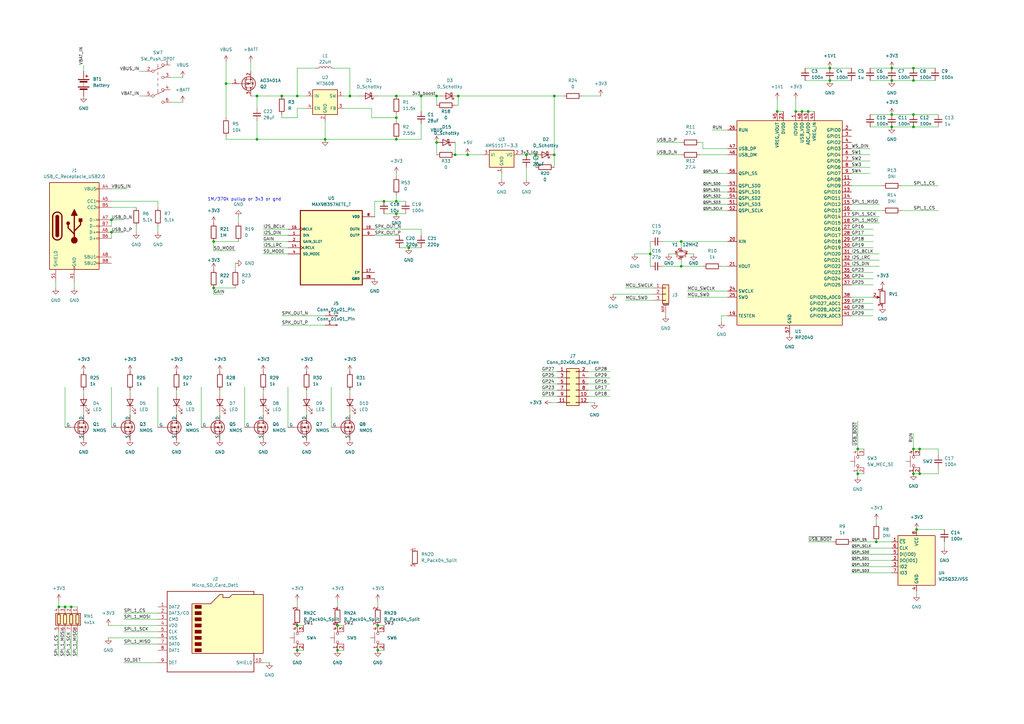
<source format=kicad_sch>
(kicad_sch (version 20230121) (generator eeschema)
  (paper "A3")
  (title_block (title "Inércia 2023 MOD player badge"))
  (junction (at 121.92 39.37))
  (junction (at 227.33 39.37))
  (junction (at 92.71 34.29))
  (junction (at 374.65 46.99))
  (junction (at 105.41 39.37))
  (junction (at 105.41 57.15))
  (junction (at 24.13 248.92))
  (junction (at 374.65 27.94))
  (junction (at 45.72 90.17))
  (junction (at 162.56 57.15))
  (junction (at 138.43 266.7))
  (junction (at 157.48 82.55))
  (junction (at 162.56 48.26))
  (junction (at 179.07 39.37))
  (junction (at 121.92 266.7))
  (junction (at 351.79 184.15))
  (junction (at 162.56 82.55))
  (junction (at 377.19 194.31))
  (junction (at 162.56 87.63))
  (junction (at 143.51 39.37))
  (junction (at 133.35 57.15))
  (junction (at 26.67 248.92))
  (junction (at 374.65 52.07))
  (junction (at 375.92 217.17))
  (junction (at 340.36 33.02))
  (junction (at 154.94 266.7))
  (junction (at 87.63 99.06))
  (junction (at 227.33 63.5))
  (junction (at 138.43 256.54))
  (junction (at 365.76 33.02))
  (junction (at 279.4 99.06))
  (junction (at 167.64 101.6))
  (junction (at 45.72 95.25))
  (junction (at 266.7 104.14))
  (junction (at 187.96 39.37))
  (junction (at 374.65 33.02))
  (junction (at 29.21 248.92))
  (junction (at 326.39 45.72))
  (junction (at 365.76 46.99))
  (junction (at 365.76 27.94))
  (junction (at 154.94 256.54))
  (junction (at 331.47 45.72))
  (junction (at 115.57 39.37))
  (junction (at 191.77 63.5))
  (junction (at 318.77 45.72))
  (junction (at 359.41 222.25))
  (junction (at 374.65 184.15))
  (junction (at 172.72 39.37))
  (junction (at 87.63 118.11))
  (junction (at 374.65 194.31))
  (junction (at 121.92 256.54))
  (junction (at 219.71 63.5))
  (junction (at 186.69 63.5))
  (junction (at 215.9 63.5))
  (junction (at 377.19 184.15))
  (junction (at 328.93 45.72))
  (junction (at 340.36 27.94))
  (junction (at 179.07 58.42))
  (junction (at 365.76 52.07))
  (junction (at 351.79 194.31))
  (junction (at 279.4 109.22))
  (junction (at 162.56 39.37))
  (wire (pts (xy 292.1 53.34) (xy 298.45 53.34)))
  (wire (pts (xy 26.67 248.92) (xy 29.21 248.92)))
  (wire (pts (xy 330.2 33.02) (xy 340.36 33.02)))
  (wire (pts (xy 162.56 87.63) (xy 166.37 87.63)))
  (wire (pts (xy 138.43 256.54) (xy 140.97 256.54)))
  (wire (pts (xy 365.76 27.94) (xy 374.65 27.94)))
  (wire (pts (xy 107.95 104.14) (xy 118.11 104.14)))
  (wire (pts (xy 349.25 222.25) (xy 359.41 222.25)))
  (wire (pts (xy 365.76 33.02) (xy 374.65 33.02)))
  (wire (pts (xy 167.64 101.6) (xy 172.72 101.6)))
  (wire (pts (xy 172.72 50.8) (xy 172.72 57.15)))
  (wire (pts (xy 138.43 246.38) (xy 138.43 248.92)))
  (wire (pts (xy 157.48 87.63) (xy 162.56 87.63)))
  (wire (pts (xy 121.92 246.38) (xy 121.92 248.92)))
  (wire (pts (xy 34.29 160.02) (xy 34.29 161.29)))
  (wire (pts (xy 30.48 115.57) (xy 30.48 118.11)))
  (wire (pts (xy 44.45 256.54) (xy 64.77 256.54)))
  (wire (pts (xy 121.92 44.45) (xy 125.73 44.45)))
  (wire (pts (xy 24.13 248.92) (xy 26.67 248.92)))
  (wire (pts (xy 359.41 213.36) (xy 359.41 214.63)))
  (wire (pts (xy 287.02 58.42) (xy 288.29 58.42)))
  (wire (pts (xy 87.63 118.11) (xy 87.63 120.65)))
  (wire (pts (xy 121.92 48.26) (xy 121.92 44.45)))
  (wire (pts (xy 50.8 254) (xy 64.77 254)))
  (wire (pts (xy 298.45 99.06) (xy 279.4 99.06)))
  (wire (pts (xy 288.29 78.74) (xy 298.45 78.74)))
  (wire (pts (xy 375.92 242.57) (xy 375.92 243.84)))
  (wire (pts (xy 374.65 184.15) (xy 377.19 184.15)))
  (wire (pts (xy 331.47 45.72) (xy 334.01 45.72)))
  (wire (pts (xy 349.25 83.82) (xy 360.68 83.82)))
  (wire (pts (xy 102.87 25.4) (xy 102.87 29.21)))
  (wire (pts (xy 96.52 107.95) (xy 96.52 110.49)))
  (wire (pts (xy 318.77 45.72) (xy 321.31 45.72)))
  (wire (pts (xy 107.95 271.78) (xy 110.49 271.78)))
  (wire (pts (xy 107.95 93.98) (xy 118.11 93.98)))
  (wire (pts (xy 222.25 162.56) (xy 228.6 162.56)))
  (wire (pts (xy 281.94 121.92) (xy 298.45 121.92)))
  (wire (pts (xy 69.85 31.75) (xy 74.93 31.75)))
  (wire (pts (xy 50.8 251.46) (xy 64.77 251.46)))
  (wire (pts (xy 72.39 170.18) (xy 72.39 168.91)))
  (wire (pts (xy 241.3 152.4) (xy 250.19 152.4)))
  (wire (pts (xy 356.87 33.02) (xy 365.76 33.02)))
  (wire (pts (xy 356.87 46.99) (xy 365.76 46.99)))
  (wire (pts (xy 219.71 63.5) (xy 219.71 68.58)))
  (wire (pts (xy 107.95 160.02) (xy 107.95 161.29)))
  (wire (pts (xy 50.8 271.78) (xy 64.77 271.78)))
  (wire (pts (xy 102.87 39.37) (xy 105.41 39.37)))
  (wire (pts (xy 107.95 170.18) (xy 107.95 168.91)))
  (wire (pts (xy 377.19 184.15) (xy 384.81 184.15)))
  (wire (pts (xy 53.34 160.02) (xy 53.34 161.29)))
  (wire (pts (xy 64.77 92.71) (xy 64.77 95.25)))
  (wire (pts (xy 153.67 88.9) (xy 153.67 82.55)))
  (wire (pts (xy 274.32 104.14) (xy 276.86 104.14)))
  (wire (pts (xy 162.56 39.37) (xy 172.72 39.37)))
  (wire (pts (xy 50.8 264.16) (xy 64.77 264.16)))
  (wire (pts (xy 351.79 194.31) (xy 351.79 195.58)))
  (wire (pts (xy 172.72 39.37) (xy 172.72 45.72)))
  (wire (pts (xy 97.79 88.9) (xy 97.79 91.44)))
  (wire (pts (xy 273.05 129.54) (xy 273.05 128.27)))
  (wire (pts (xy 187.96 39.37) (xy 227.33 39.37)))
  (wire (pts (xy 387.35 222.25) (xy 387.35 224.79)))
  (wire (pts (xy 241.3 154.94) (xy 250.19 154.94)))
  (wire (pts (xy 374.65 52.07) (xy 384.81 52.07)))
  (wire (pts (xy 138.43 266.7) (xy 140.97 266.7)))
  (wire (pts (xy 222.25 160.02) (xy 228.6 160.02)))
  (wire (pts (xy 187.96 43.18) (xy 186.69 43.18)))
  (wire (pts (xy 121.92 256.54) (xy 124.46 256.54)))
  (wire (pts (xy 349.25 232.41) (xy 365.76 232.41)))
  (wire (pts (xy 115.57 48.26) (xy 121.92 48.26)))
  (wire (pts (xy 349.25 116.84) (xy 358.14 116.84)))
  (wire (pts (xy 57.15 29.21) (xy 59.69 29.21)))
  (wire (pts (xy 105.41 57.15) (xy 92.71 57.15)))
  (wire (pts (xy 238.76 39.37) (xy 246.38 39.37)))
  (wire (pts (xy 143.51 39.37) (xy 147.32 39.37)))
  (wire (pts (xy 298.45 129.54) (xy 295.91 129.54)))
  (wire (pts (xy 115.57 39.37) (xy 121.92 39.37)))
  (wire (pts (xy 213.36 63.5) (xy 215.9 63.5)))
  (wire (pts (xy 53.34 170.18) (xy 53.34 168.91)))
  (wire (pts (xy 105.41 39.37) (xy 115.57 39.37)))
  (wire (pts (xy 92.71 25.4) (xy 92.71 34.29)))
  (wire (pts (xy 227.33 63.5) (xy 227.33 68.58)))
  (wire (pts (xy 318.77 40.64) (xy 318.77 45.72)))
  (wire (pts (xy 29.21 248.92) (xy 31.75 248.92)))
  (wire (pts (xy 251.46 120.65) (xy 267.97 120.65)))
  (wire (pts (xy 118.11 158.75) (xy 118.11 175.26)))
  (wire (pts (xy 34.29 170.18) (xy 34.29 168.91)))
  (wire (pts (xy 29.21 259.08) (xy 29.21 269.24)))
  (wire (pts (xy 26.67 158.75) (xy 26.67 175.26)))
  (wire (pts (xy 143.51 39.37) (xy 143.51 27.94)))
  (wire (pts (xy 162.56 48.26) (xy 162.56 46.99)))
  (wire (pts (xy 271.78 99.06) (xy 279.4 99.06)))
  (wire (pts (xy 269.24 58.42) (xy 279.4 58.42)))
  (wire (pts (xy 105.41 49.53) (xy 105.41 57.15)))
  (wire (pts (xy 162.56 48.26) (xy 152.4 48.26)))
  (wire (pts (xy 326.39 45.72) (xy 328.93 45.72)))
  (wire (pts (xy 374.65 46.99) (xy 384.81 46.99)))
  (wire (pts (xy 374.65 27.94) (xy 383.54 27.94)))
  (wire (pts (xy 187.96 43.18) (xy 187.96 39.37)))
  (wire (pts (xy 163.83 101.6) (xy 167.64 101.6)))
  (wire (pts (xy 269.24 63.5) (xy 279.4 63.5)))
  (wire (pts (xy 241.3 162.56) (xy 250.19 162.56)))
  (wire (pts (xy 222.25 157.48) (xy 228.6 157.48)))
  (wire (pts (xy 100.33 158.75) (xy 100.33 175.26)))
  (wire (pts (xy 256.54 118.11) (xy 267.97 118.11)))
  (wire (pts (xy 288.29 83.82) (xy 298.45 83.82)))
  (wire (pts (xy 22.86 115.57) (xy 22.86 118.11)))
  (wire (pts (xy 179.07 39.37) (xy 179.07 43.18)))
  (wire (pts (xy 143.51 170.18) (xy 143.51 168.91)))
  (wire (pts (xy 140.97 44.45) (xy 152.4 44.45)))
  (wire (pts (xy 349.25 121.92) (xy 358.14 121.92)))
  (wire (pts (xy 64.77 82.55) (xy 64.77 85.09)))
  (wire (pts (xy 44.45 261.62) (xy 64.77 261.62)))
  (wire (pts (xy 45.72 82.55) (xy 64.77 82.55)))
  (wire (pts (xy 227.33 39.37) (xy 227.33 63.5)))
  (wire (pts (xy 133.35 57.15) (xy 162.56 57.15)))
  (wire (pts (xy 50.8 259.08) (xy 64.77 259.08)))
  (wire (pts (xy 340.36 27.94) (xy 349.25 27.94)))
  (wire (pts (xy 227.33 39.37) (xy 231.14 39.37)))
  (wire (pts (xy 349.25 99.06) (xy 358.14 99.06)))
  (wire (pts (xy 349.25 63.5) (xy 356.87 63.5)))
  (wire (pts (xy 115.57 129.54) (xy 133.35 129.54)))
  (wire (pts (xy 162.56 48.26) (xy 162.56 49.53)))
  (wire (pts (xy 34.29 26.67) (xy 34.29 29.21)))
  (wire (pts (xy 356.87 52.07) (xy 365.76 52.07)))
  (wire (pts (xy 105.41 57.15) (xy 133.35 57.15)))
  (wire (pts (xy 107.95 96.52) (xy 118.11 96.52)))
  (wire (pts (xy 349.25 88.9) (xy 360.68 88.9)))
  (wire (pts (xy 153.67 82.55) (xy 157.48 82.55)))
  (wire (pts (xy 205.74 71.12) (xy 205.74 73.66)))
  (wire (pts (xy 87.63 99.06) (xy 97.79 99.06)))
  (wire (pts (xy 45.72 90.17) (xy 50.8 90.17)))
  (wire (pts (xy 162.56 71.12) (xy 162.56 72.39)))
  (wire (pts (xy 172.72 39.37) (xy 179.07 39.37)))
  (wire (pts (xy 31.75 259.08) (xy 31.75 269.24)))
  (wire (pts (xy 281.94 104.14) (xy 284.48 104.14)))
  (wire (pts (xy 349.25 76.2) (xy 361.95 76.2)))
  (wire (pts (xy 288.29 71.12) (xy 298.45 71.12)))
  (wire (pts (xy 349.25 124.46) (xy 358.14 124.46)))
  (wire (pts (xy 92.71 34.29) (xy 92.71 48.26)))
  (wire (pts (xy 288.29 109.22) (xy 279.4 109.22)))
  (wire (pts (xy 349.25 96.52) (xy 358.14 96.52)))
  (wire (pts (xy 133.35 49.53) (xy 133.35 57.15)))
  (wire (pts (xy 374.65 33.02) (xy 383.54 33.02)))
  (wire (pts (xy 295.91 109.22) (xy 298.45 109.22)))
  (wire (pts (xy 349.25 224.79) (xy 365.76 224.79)))
  (wire (pts (xy 256.54 123.19) (xy 267.97 123.19)))
  (wire (pts (xy 359.41 222.25) (xy 365.76 222.25)))
  (wire (pts (xy 105.41 39.37) (xy 105.41 44.45)))
  (wire (pts (xy 349.25 71.12) (xy 356.87 71.12)))
  (wire (pts (xy 186.69 58.42) (xy 186.69 63.5)))
  (wire (pts (xy 295.91 129.54) (xy 295.91 132.08)))
  (wire (pts (xy 222.25 154.94) (xy 228.6 154.94)))
  (wire (pts (xy 72.39 160.02) (xy 72.39 161.29)))
  (wire (pts (xy 24.13 259.08) (xy 24.13 269.24)))
  (wire (pts (xy 57.15 39.37) (xy 59.69 39.37)))
  (wire (pts (xy 143.51 27.94) (xy 137.16 27.94)))
  (wire (pts (xy 26.67 259.08) (xy 26.67 269.24)))
  (wire (pts (xy 215.9 63.5) (xy 219.71 63.5)))
  (wire (pts (xy 140.97 39.37) (xy 143.51 39.37)))
  (wire (pts (xy 90.17 170.18) (xy 90.17 168.91)))
  (wire (pts (xy 351.79 194.31) (xy 354.33 194.31)))
  (wire (pts (xy 349.25 68.58) (xy 356.87 68.58)))
  (wire (pts (xy 241.3 165.1) (xy 243.84 165.1)))
  (wire (pts (xy 288.29 60.96) (xy 288.29 58.42)))
  (wire (pts (xy 349.25 106.68) (xy 360.68 106.68)))
  (wire (pts (xy 129.54 27.94) (xy 121.92 27.94)))
  (wire (pts (xy 340.36 33.02) (xy 349.25 33.02)))
  (wire (pts (xy 162.56 82.55) (xy 166.37 82.55)))
  (wire (pts (xy 92.71 34.29) (xy 95.25 34.29)))
  (wire (pts (xy 374.65 194.31) (xy 377.19 194.31)))
  (wire (pts (xy 121.92 39.37) (xy 125.73 39.37)))
  (wire (pts (xy 107.95 101.6) (xy 118.11 101.6)))
  (wire (pts (xy 369.57 86.36) (xy 384.81 86.36)))
  (wire (pts (xy 377.19 194.31) (xy 384.81 194.31)))
  (wire (pts (xy 45.72 90.17) (xy 45.72 92.71)))
  (wire (pts (xy 125.73 160.02) (xy 125.73 161.29)))
  (wire (pts (xy 330.2 27.94) (xy 340.36 27.94)))
  (wire (pts (xy 45.72 95.25) (xy 45.72 97.79)))
  (wire (pts (xy 154.94 256.54) (xy 157.48 256.54)))
  (wire (pts (xy 87.63 120.65) (xy 91.44 120.65)))
  (wire (pts (xy 121.92 27.94) (xy 121.92 39.37)))
  (wire (pts (xy 266.7 99.06) (xy 266.7 104.14)))
  (wire (pts (xy 288.29 81.28) (xy 298.45 81.28)))
  (wire (pts (xy 384.81 191.77) (xy 384.81 194.31)))
  (wire (pts (xy 288.29 86.36) (xy 298.45 86.36)))
  (wire (pts (xy 157.48 82.55) (xy 162.56 82.55)))
  (wire (pts (xy 349.25 101.6) (xy 358.14 101.6)))
  (wire (pts (xy 349.25 60.96) (xy 356.87 60.96)))
  (wire (pts (xy 45.72 77.47) (xy 52.07 77.47)))
  (wire (pts (xy 365.76 46.99) (xy 374.65 46.99)))
  (wire (pts (xy 226.06 165.1) (xy 228.6 165.1)))
  (wire (pts (xy 152.4 48.26) (xy 152.4 44.45)))
  (wire (pts (xy 349.25 234.95) (xy 365.76 234.95)))
  (wire (pts (xy 90.17 160.02) (xy 90.17 161.29)))
  (wire (pts (xy 135.89 158.75) (xy 135.89 175.26)))
  (wire (pts (xy 351.79 172.72) (xy 351.79 184.15)))
  (wire (pts (xy 186.69 63.5) (xy 191.77 63.5)))
  (wire (pts (xy 328.93 45.72) (xy 331.47 45.72)))
  (wire (pts (xy 24.13 246.38) (xy 24.13 248.92)))
  (wire (pts (xy 349.25 111.76) (xy 358.14 111.76)))
  (wire (pts (xy 45.72 85.09) (xy 55.88 85.09)))
  (wire (pts (xy 384.81 184.15) (xy 384.81 186.69)))
  (wire (pts (xy 241.3 160.02) (xy 250.19 160.02)))
  (wire (pts (xy 154.94 246.38) (xy 154.94 248.92)))
  (wire (pts (xy 143.51 160.02) (xy 143.51 161.29)))
  (wire (pts (xy 241.3 157.48) (xy 250.19 157.48)))
  (wire (pts (xy 222.25 152.4) (xy 228.6 152.4)))
  (wire (pts (xy 153.67 93.98) (xy 172.72 93.98)))
  (wire (pts (xy 45.72 158.75) (xy 45.72 175.26)))
  (wire (pts (xy 288.29 76.2) (xy 298.45 76.2)))
  (wire (pts (xy 87.63 102.87) (xy 96.52 102.87)))
  (wire (pts (xy 82.55 158.75) (xy 82.55 175.26)))
  (wire (pts (xy 349.25 227.33) (xy 365.76 227.33)))
  (wire (pts (xy 365.76 52.07) (xy 374.65 52.07)))
  (wire (pts (xy 326.39 40.64) (xy 326.39 45.72)))
  (wire (pts (xy 369.57 76.2) (xy 384.81 76.2)))
  (wire (pts (xy 271.78 109.22) (xy 279.4 109.22)))
  (wire (pts (xy 349.25 66.04) (xy 356.87 66.04)))
  (wire (pts (xy 125.73 170.18) (xy 125.73 168.91)))
  (wire (pts (xy 287.02 63.5) (xy 298.45 63.5)))
  (wire (pts (xy 356.87 27.94) (xy 365.76 27.94)))
  (wire (pts (xy 87.63 118.11) (xy 96.52 118.11)))
  (wire (pts (xy 260.35 104.14) (xy 266.7 104.14)))
  (wire (pts (xy 87.63 99.06) (xy 87.63 102.87)))
  (wire (pts (xy 64.77 158.75) (xy 64.77 175.26)))
  (wire (pts (xy 121.92 266.7) (xy 124.46 266.7)))
  (wire (pts (xy 349.25 229.87) (xy 365.76 229.87)))
  (wire (pts (xy 115.57 46.99) (xy 115.57 48.26)))
  (wire (pts (xy 115.57 133.35) (xy 133.35 133.35)))
  (wire (pts (xy 69.85 41.91) (xy 74.93 41.91)))
  (wire (pts (xy 351.79 184.15) (xy 354.33 184.15)))
  (wire (pts (xy 331.47 222.25) (xy 341.63 222.25)))
  (wire (pts (xy 349.25 86.36) (xy 361.95 86.36)))
  (wire (pts (xy 349.25 129.54) (xy 358.14 129.54)))
  (wire (pts (xy 298.45 60.96) (xy 288.29 60.96)))
  (wire (pts (xy 349.25 91.44) (xy 360.68 91.44)))
  (wire (pts (xy 154.94 39.37) (xy 162.56 39.37)))
  (wire (pts (xy 349.25 127) (xy 358.14 127)))
  (wire (pts (xy 191.77 63.5) (xy 198.12 63.5)))
  (wire (pts (xy 266.7 104.14) (xy 266.7 109.22)))
  (wire (pts (xy 107.95 99.06) (xy 118.11 99.06)))
  (wire (pts (xy 172.72 57.15) (xy 162.56 57.15)))
  (wire (pts (xy 55.88 92.71) (xy 55.88 95.25)))
  (wire (pts (xy 349.25 114.3) (xy 358.14 114.3)))
  (wire (pts (xy 179.07 58.42) (xy 179.07 63.5)))
  (wire (pts (xy 215.9 68.58) (xy 215.9 73.66)))
  (wire (pts (xy 45.72 95.25) (xy 50.8 95.25)))
  (wire (pts (xy 279.4 99.06) (xy 279.4 101.6)))
  (wire (pts (xy 375.92 217.17) (xy 387.35 217.17)))
  (wire (pts (xy 349.25 104.14) (xy 360.68 104.14)))
  (wire (pts (xy 154.94 266.7) (xy 157.48 266.7)))
  (wire (pts (xy 281.94 119.38) (xy 298.45 119.38)))
  (wire (pts (xy 374.65 177.8) (xy 374.65 184.15)))
  (wire (pts (xy 153.67 96.52) (xy 163.83 96.52)))
  (wire (pts (xy 179.07 39.37) (xy 180.34 39.37)))
  (wire (pts (xy 92.71 55.88) (xy 92.71 57.15)))
  (wire (pts (xy 172.72 96.52) (xy 172.72 93.98)))
  (wire (pts (xy 162.56 80.01) (xy 162.56 82.55)))
  (wire (pts (xy 279.4 106.68) (xy 279.4 109.22)))
  (wire (pts (xy 349.25 93.98) (xy 358.14 93.98)))
  (wire (pts (xy 349.25 109.22) (xy 360.68 109.22)))
  (text "1M/370k pullup or 3v3 or gnd\n" (at 85.09 82.55 0) (effects (font (size 1.27 1.27)) (justify left bottom)))
  (label "SW2" (at 349.25 66.04 0))
  (label "SPI_1_SCK" (at 29.21 269.24 90))
  (label "VBAT_IN" (at 57.15 39.37 180))
  (label "GP19" (at 222.25 162.56 0))
  (label "VBAT_IN" (at 34.29 26.67 90))
  (label "I2S_DIN" (at 107.95 96.52 0))
  (label "3v3_boost" (at 168.91 39.37 0))
  (label "GP18" (at 349.25 99.06 0))
  (label "QSPI_SCLK" (at 288.29 86.36 0) (effects (font (size 1 1))))
  (label "SPK_OUT_P" (at 115.57 133.35 0))
  (label "SPI_1_MOSI" (at 26.67 269.24 90))
  (label "SPI_1_CS" (at 374.65 86.36 0))
  (label "SPI_1_MISO" (at 50.8 264.16 0))
  (label "GP17" (at 349.25 96.52 0))
  (label "GP16" (at 349.25 93.98 0))
  (label "SW4" (at 349.25 71.12 0))
  (label "QSPI_SCLK" (at 349.25 224.79 0) (effects (font (size 1 1))))
  (label "GP16" (at 243.84 157.48 0))
  (label "SPI_1_CS" (at 50.8 251.46 0))
  (label "QSPI_SD0" (at 288.29 76.2 0) (effects (font (size 1 1))))
  (label "GP28" (at 349.25 127 0))
  (label "RUN" (at 292.1 53.34 0))
  (label "MCU_SWCLK" (at 281.94 119.38 0))
  (label "GP18" (at 243.84 162.56 0))
  (label "SPI_1_MOSI" (at 349.25 91.44 0))
  (label "MCU_SWD" (at 281.94 121.92 0))
  (label "GP27" (at 349.25 124.46 0))
  (label "SPI_1_MISO" (at 31.75 269.24 90))
  (label "QSPI_SD3" (at 349.25 234.95 0) (effects (font (size 1 1))))
  (label "GP25" (at 349.25 116.84 0))
  (label "GP29" (at 349.25 129.54 0))
  (label "GAIN" (at 87.63 120.65 0))
  (label "GP17" (at 243.84 160.02 0))
  (label "SD_MODE" (at 107.95 104.14 0))
  (label "SPK_OUT_N" (at 115.57 129.54 0))
  (label "SPI_1_MISO" (at 349.25 83.82 0))
  (label "SPI_1_SCK" (at 50.8 259.08 0))
  (label "SW3" (at 157.48 256.54 0))
  (label "USB_D_N" (at 269.24 63.5 0))
  (label "GP23" (at 222.25 160.02 0))
  (label "QSPI_SD1" (at 288.29 78.74 0) (effects (font (size 1 1))))
  (label "SPI_1_CS" (at 374.65 76.2 0))
  (label "QSPI_SD2" (at 288.29 81.28 0) (effects (font (size 1 1))))
  (label "GP23" (at 349.25 111.76 0))
  (label "MCU_SWCLK" (at 256.54 118.11 0))
  (label "SW3" (at 349.25 68.58 0))
  (label "GP19" (at 349.25 101.6 0))
  (label "GP24" (at 349.25 114.3 0))
  (label "RUN" (at 374.65 181.61 90))
  (label "QSPI_SS" (at 288.29 71.12 0) (effects (font (size 1 1))))
  (label "GP28" (at 243.84 152.4 0))
  (label "QSPI_SD1" (at 349.25 229.87 0) (effects (font (size 1 1))))
  (label "USB_D_P" (at 45.72 95.25 0))
  (label "I2S_DIN" (at 349.25 109.22 0))
  (label "SPK_OUT_P" (at 153.67 96.52 0))
  (label "SW1" (at 349.25 63.5 0))
  (label "I2S_BCLK" (at 107.95 93.98 0))
  (label "SPI_1_MOSI" (at 50.8 254 0))
  (label "QSPI_SD3" (at 288.29 83.82 0) (effects (font (size 1 1))))
  (label "GAIN" (at 107.95 99.06 0))
  (label "SPI_1_SCK" (at 349.25 88.9 0))
  (label "SPK_OUT_N" (at 153.67 93.98 0))
  (label "3v3_ldo" (at 213.36 63.5 0))
  (label "I2S_LRC" (at 349.25 106.68 0))
  (label "SPI_1_CS" (at 24.13 269.24 90))
  (label "SD_MODE" (at 87.63 102.87 0))
  (label "I2S_LRC" (at 107.95 101.6 0))
  (label "SW2" (at 140.97 256.54 0))
  (label "SW1" (at 124.46 256.54 0))
  (label "SD_DET" (at 50.8 271.78 0))
  (label "~{USB_BOOT}" (at 331.47 222.25 0))
  (label "QSPI_SS" (at 349.25 222.25 0) (effects (font (size 1 1))))
  (label "VBUS_IN" (at 57.15 29.21 180))
  (label "I2S_BCLK" (at 349.25 104.14 0))
  (label "QSPI_SD2" (at 349.25 232.41 0) (effects (font (size 1 1))))
  (label "MCU_SWD" (at 256.54 123.19 0))
  (label "QSPI_SD0" (at 349.25 227.33 0) (effects (font (size 1 1))))
  (label "VBUS_IN" (at 45.72 77.47 0))
  (label "USB_D_P" (at 269.24 58.42 0))
  (label "GP25" (at 222.25 154.94 0))
  (label "USB_D_N" (at 45.72 90.17 0))
  (label "GP29" (at 243.84 154.94 0))
  (label "WS_DIN" (at 349.25 60.96 0))
  (label "~{USB_BOOT}" (at 351.79 182.88 90))
  (label "GP24" (at 222.25 157.48 0))
  (label "GP27" (at 222.25 152.4 0))
  (symbol (lib_id "power:GND") (at 251.46 120.65 0) (unit 1)
    (property "Reference" "#PWR030" (effects hide))
    (property "Value" "GND" (at 251.46 125.73 0))
  )
  (symbol (lib_id "power:+3V3") (at 162.56 71.12 0) (unit 1)
    (property "Reference" "#PWR051" (effects hide))
    (property "Value" "+3V3" (at 162.56 66.04 0))
  )
  (symbol (lib_id "Device:LED") (at 125.73 165.1 90) (unit 1)
    (property "Reference" "D9" (at 129.54 165.4175 90) (effects (justify right)))
    (property "Value" "LED" (at 129.54 167.9575 90) (effects (justify right)))
    (property "Footprint" "mod:1206_reverse_xinglight" (effects hide))
  )
  (symbol (lib_id "power:+3V3") (at 226.06 165.1 90) (unit 1)
    (property "Reference" "#PWR070" (effects hide))
    (property "Value" "+3V3" (at 222.25 165.1 90) (effects (justify left)))
  )
  (symbol (lib_id "power:GND") (at 323.85 137.16 0) (unit 1)
    (property "Reference" "#PWR029" (effects hide))
    (property "Value" "GND" (at 323.85 142.24 0))
  )
  (symbol (lib_id "power:+3V3") (at 365.76 46.99 0) (unit 1)
    (property "Reference" "#PWR019" (effects hide))
    (property "Value" "+3V3" (at 365.76 41.91 0))
  )
  (symbol (lib_id "Memory_Flash:W25Q32JVSS") (at 375.92 229.87 0) (unit 1)
    (property "Reference" "U4" (at 384.81 234.95 0) (effects (justify left)))
    (property "Value" "W25Q32JVSS" (at 384.81 237.49 0) (effects (justify left)))
    (property "Footprint" "Package_SO:SOIC-8_5.23x5.23mm_P1.27mm" (effects hide))
    (property "Datasheet" "http://www.winbond.com/resource-files/w25q32jv%20revg%2003272018%20plus.pdf" (effects hide))
  )
  (symbol (lib_id "power:GND") (at 153.67 114.3 0) (unit 1)
    (property "Reference" "#PWR048" (effects hide))
    (property "Value" "GND" (at 153.67 119.38 0))
  )
  (symbol (lib_id "Simulation_SPICE:NMOS") (at 69.85 175.26 0) (unit 1)
    (property "Reference" "Q4" (at 76.2 173.99 0) (effects (justify left)))
    (property "Value" "NMOS" (at 76.2 176.53 0) (effects (justify left)))
    (property "Footprint" "Package_TO_SOT_SMD:SOT-23" (effects hide))
    (property "Datasheet" "https://ngspice.sourceforge.io/docs/ngspice-manual.pdf" (effects hide))
    (property "Sim.Device" "NMOS" (effects hide))
    (property "Sim.Type" "VDMOS" (effects hide))
    (property "Sim.Pins" "1=D 2=G 3=S" (effects hide))
  )
  (symbol (lib_id "power:+5V") (at 191.77 63.5 0) (unit 1)
    (property "Reference" "#PWR082" (effects hide))
    (property "Value" "+5V" (at 191.77 58.42 0))
  )
  (symbol (lib_id "power:+BATT") (at 74.93 41.91 0) (unit 1)
    (property "Reference" "#PWR056" (effects hide))
    (property "Value" "+BATT" (at 74.93 36.83 0))
  )
  (symbol (lib_id "Device:C_Small") (at 215.9 66.04 0) (unit 1)
    (property "Reference" "C2" (at 218.44 64.7763 0) (effects (justify left)))
    (property "Value" "28uF" (at 218.44 67.3163 0) (effects (justify left)))
    (property "Footprint" "Capacitor_SMD:C_0603_1608Metric" (effects hide))
  )
  (symbol (lib_id "power:VBUS") (at 179.07 58.42 0) (unit 1)
    (property "Reference" "#PWR05" (effects hide))
    (property "Value" "VBUS" (at 179.07 53.34 0))
  )
  (symbol (lib_id "Device:R") (at 234.95 39.37 90) (unit 1)
    (property "Reference" "R24" (at 234.95 33.02 90))
    (property "Value" "0" (at 234.95 35.56 90))
    (property "Footprint" "Resistor_SMD:R_0603_1608Metric" (effects hide))
  )
  (symbol (lib_id "Device:R") (at 365.76 86.36 90) (unit 1)
    (property "Reference" "R14" (at 365.76 80.01 90))
    (property "Value" "DNI" (at 365.76 82.55 90))
    (property "Footprint" "Resistor_SMD:R_0603_1608Metric" (effects hide))
  )
  (symbol (lib_id "Device:LED") (at 72.39 165.1 90) (unit 1)
    (property "Reference" "D6" (at 76.2 165.4175 90) (effects (justify right)))
    (property "Value" "LED" (at 76.2 167.9575 90) (effects (justify right)))
    (property "Footprint" "mod:1206_reverse_xinglight" (effects hide))
  )
  (symbol (lib_id "Device:Crystal_GND24_Small") (at 279.4 104.14 90) (unit 1)
    (property "Reference" "Y1" (at 276.86 100.33 90))
    (property "Value" "12MHZ" (at 283.21 100.33 90))
    (property "Footprint" "Crystal:Crystal_SMD_3225-4Pin_3.2x2.5mm" (effects hide))
  )
  (symbol (lib_id "power:+3V3") (at 359.41 213.36 0) (unit 1)
    (property "Reference" "#PWR023" (effects hide))
    (property "Value" "+3V3" (at 359.41 208.28 0))
  )
  (symbol (lib_id "Simulation_SPICE:NMOS") (at 123.19 175.26 0) (unit 1)
    (property "Reference" "Q7" (at 129.54 173.99 0) (effects (justify left)))
    (property "Value" "NMOS" (at 129.54 176.53 0) (effects (justify left)))
    (property "Footprint" "Package_TO_SOT_SMD:SOT-23" (effects hide))
    (property "Datasheet" "https://ngspice.sourceforge.io/docs/ngspice-manual.pdf" (effects hide))
    (property "Sim.Device" "NMOS" (effects hide))
    (property "Sim.Type" "VDMOS" (effects hide))
    (property "Sim.Pins" "1=D 2=G 3=S" (effects hide))
  )
  (symbol (lib_id "power:GND") (at 295.91 132.08 0) (unit 1)
    (property "Reference" "#PWR028" (effects hide))
    (property "Value" "GND" (at 295.91 137.16 0))
  )
  (symbol (lib_id "Device:C_Small") (at 269.24 109.22 90) (unit 1)
    (property "Reference" "C16" (at 269.2463 102.87 90))
    (property "Value" "27p" (at 269.2463 105.41 90))
    (property "Footprint" "Capacitor_SMD:C_0603_1608Metric" (effects hide))
  )
  (symbol (lib_id "Simulation_SPICE:NMOS") (at 87.63 175.26 0) (unit 1)
    (property "Reference" "Q5" (at 93.98 173.99 0) (effects (justify left)))
    (property "Value" "NMOS" (at 93.98 176.53 0) (effects (justify left)))
    (property "Footprint" "Package_TO_SOT_SMD:SOT-23" (effects hide))
    (property "Datasheet" "https://ngspice.sourceforge.io/docs/ngspice-manual.pdf" (effects hide))
    (property "Sim.Device" "NMOS" (effects hide))
    (property "Sim.Type" "VDMOS" (effects hide))
    (property "Sim.Pins" "1=D 2=G 3=S" (effects hide))
  )
  (symbol (lib_id "power:+1V1") (at 340.36 27.94 0) (unit 1)
    (property "Reference" "#PWR013" (effects hide))
    (property "Value" "+1V1" (at 340.36 22.86 0))
  )
  (symbol (lib_id "Device:R") (at 143.51 156.21 0) (unit 1)
    (property "Reference" "R31" (at 146.05 154.94 0) (effects (justify left)))
    (property "Value" "1k" (at 146.05 157.48 0) (effects (justify left)))
    (property "Footprint" "Resistor_SMD:R_0603_1608Metric" (effects hide))
  )
  (symbol (lib_id "Device:R") (at 96.52 114.3 0) (unit 1)
    (property "Reference" "R23" (at 99.06 113.03 0) (effects (justify left)))
    (property "Value" "0" (at 99.06 115.57 0) (effects (justify left)))
    (property "Footprint" "Resistor_SMD:R_0603_1608Metric" (effects hide))
  )
  (symbol (lib_id "Device:C_Small") (at 356.87 49.53 0) (unit 1)
    (property "Reference" "C10" (at 359.41 48.2663 0) (effects (justify left)))
    (property "Value" "100n" (at 359.41 50.8063 0) (effects (justify left)))
    (property "Footprint" "Capacitor_SMD:C_0603_1608Metric" (effects hide))
  )
  (symbol (lib_id "Device:R") (at 283.21 63.5 90) (unit 1)
    (property "Reference" "R12" (at 283.21 66.04 90))
    (property "Value" "27.4" (at 283.21 68.58 90))
    (property "Footprint" "Resistor_SMD:R_0402_1005Metric" (effects hide))
  )
  (symbol (lib_id "power:GND") (at 55.88 95.25 0) (unit 1)
    (property "Reference" "#PWR09" (effects hide))
    (property "Value" "GND" (at 55.88 100.33 0))
  )
  (symbol (lib_id "power:GND") (at 154.94 266.7 0) (unit 1)
    (property "Reference" "#PWR041" (effects hide))
    (property "Value" "GND" (at 154.94 271.78 0))
  )
  (symbol (lib_id "power:GND") (at 273.05 129.54 0) (unit 1)
    (property "Reference" "#PWR031" (effects hide))
    (property "Value" "GND" (at 273.05 134.62 0))
  )
  (symbol (lib_id "power:GND") (at 387.35 224.79 0) (unit 1)
    (property "Reference" "#PWR021" (effects hide))
    (property "Value" "GND" (at 387.35 229.87 0))
  )
  (symbol (lib_id "power:GND") (at 133.35 57.15 0) (unit 1)
    (property "Reference" "#PWR01" (effects hide))
    (property "Value" "GND" (effects hide))
  )
  (symbol (lib_id "Device:R") (at 359.41 218.44 0) (unit 1)
    (property "Reference" "R8" (at 361.95 217.17 0) (effects (justify left)))
    (property "Value" "DNI" (at 361.95 219.71 0) (effects (justify left)))
    (property "Footprint" "Resistor_SMD:R_0603_1608Metric" (effects hide))
  )
  (symbol (lib_id "Simulation_SPICE:NMOS") (at 50.8 175.26 0) (unit 1)
    (property "Reference" "Q3" (at 57.15 173.99 0) (effects (justify left)))
    (property "Value" "NMOS" (at 57.15 176.53 0) (effects (justify left)))
    (property "Footprint" "Package_TO_SOT_SMD:SOT-23" (effects hide))
    (property "Datasheet" "https://ngspice.sourceforge.io/docs/ngspice-manual.pdf" (effects hide))
    (property "Sim.Device" "NMOS" (effects hide))
    (property "Sim.Type" "VDMOS" (effects hide))
    (property "Sim.Pins" "1=D 2=G 3=S" (effects hide))
  )
  (symbol (lib_id "Device:R") (at 345.44 222.25 90) (unit 1)
    (property "Reference" "R9" (at 345.44 215.9 90))
    (property "Value" "1k" (at 345.44 218.44 90))
    (property "Footprint" "Resistor_SMD:R_0603_1608Metric" (effects hide))
  )
  (symbol (lib_id "Device:C_Small") (at 384.81 189.23 0) (unit 1)
    (property "Reference" "C17" (at 387.35 187.9663 0) (effects (justify left)))
    (property "Value" "100n" (at 387.35 190.5063 0) (effects (justify left)))
    (property "Footprint" "Capacitor_SMD:C_0603_1608Metric" (effects hide))
  )
  (symbol (lib_id "Device:R") (at 223.52 68.58 90) (unit 1)
    (property "Reference" "R20" (at 223.52 71.12 90))
    (property "Value" "0" (at 223.52 73.66 90))
    (property "Footprint" "Resistor_SMD:R_0603_1608Metric" (effects hide))
  )
  (symbol (lib_id "Device:R") (at 107.95 156.21 0) (unit 1)
    (property "Reference" "R29" (at 110.49 154.94 0) (effects (justify left)))
    (property "Value" "1k" (at 110.49 157.48 0) (effects (justify left)))
    (property "Footprint" "Resistor_SMD:R_0603_1608Metric" (effects hide))
  )
  (symbol (lib_id "Device:R") (at 115.57 43.18 0) (unit 1)
    (property "Reference" "R3" (at 118.11 41.91 0) (effects (justify left)))
    (property "Value" "R" (at 118.11 44.45 0) (effects (justify left)))
    (property "Footprint" "Resistor_SMD:R_0603_1608Metric" (effects hide))
  )
  (symbol (lib_id "power:GND") (at 110.49 271.78 0) (unit 1)
    (property "Reference" "#PWR036" (effects hide))
    (property "Value" "GND" (at 110.49 276.86 0))
  )
  (symbol (lib_id "Device:R") (at 87.63 95.25 0) (unit 1)
    (property "Reference" "R21" (at 90.17 93.98 0) (effects (justify left)))
    (property "Value" "1M" (at 90.17 96.52 0) (effects (justify left)))
    (property "Footprint" "Resistor_SMD:R_0603_1608Metric" (effects hide))
  )
  (symbol (lib_id "Switch:SW_MEC_5E") (at 124.46 261.62 90) (unit 1)
    (property "Reference" "SW4" (at 125.73 261.62 90) (effects (justify right)))
    (property "Value" "SW_MEC_5E" (effects hide))
    (property "Footprint" "mod:SW_SKRPACE010" (effects hide))
    (property "Datasheet" "http://www.apem.com/int/index.php?controller=attachment&id_attachment=1371" (effects hide))
  )
  (symbol (lib_id "power:GND") (at 351.79 195.58 0) (unit 1)
    (property "Reference" "#PWR032" (effects hide))
    (property "Value" "GND" (at 351.79 200.66 0))
  )
  (symbol (lib_id "MCU_RaspberryPi:RP2040") (at 323.85 91.44 0) (unit 1)
    (property "Reference" "U1" (at 326.0441 135.89 0) (effects (justify left)))
    (property "Value" "RP2040" (at 326.0441 138.43 0) (effects (justify left)))
    (property "Footprint" "Package_DFN_QFN:QFN-56-1EP_7x7mm_P0.4mm_EP3.2x3.2mm" (effects hide))
    (property "Datasheet" "https://datasheets.raspberrypi.com/rp2040/rp2040-datasheet.pdf" (effects hide))
  )
  (symbol (lib_id "Device:LED") (at 53.34 165.1 90) (unit 1)
    (property "Reference" "D5" (at 57.15 165.4175 90) (effects (justify right)))
    (property "Value" "LED" (at 57.15 167.9575 90) (effects (justify right)))
    (property "Footprint" "mod:1206_reverse_xinglight" (effects hide))
  )
  (symbol (lib_id "Device:R") (at 72.39 156.21 0) (unit 1)
    (property "Reference" "R27" (at 74.93 154.94 0) (effects (justify left)))
    (property "Value" "1k" (at 74.93 157.48 0) (effects (justify left)))
    (property "Footprint" "Resistor_SMD:R_0603_1608Metric" (effects hide))
  )
  (symbol (lib_id "power:GND") (at 260.35 104.14 0) (unit 1)
    (property "Reference" "#PWR025" (effects hide))
    (property "Value" "GND" (at 260.35 109.22 0))
  )
  (symbol (lib_id "Device:R") (at 162.56 53.34 0) (unit 1)
    (property "Reference" "R2" (at 165.1 52.07 0) (effects (justify left)))
    (property "Value" "2.55k" (at 165.1 54.61 0) (effects (justify left)))
    (property "Footprint" "Resistor_SMD:R_0603_1608Metric" (effects hide))
  )
  (symbol (lib_id "Connector_Generic:Conn_02x06_Odd_Even") (at 233.68 157.48 0) (unit 1)
    (property "Reference" "J7" (at 234.95 146.05 0))
    (property "Value" "Conn_02x06_Odd_Even" (at 234.95 148.59 0))
    (property "Footprint" "Connector_PinHeader_2.54mm:PinHeader_2x06_P2.54mm_Vertical_SMD" (effects hide))
  )
  (symbol (lib_id "Device:C_Small") (at 349.25 30.48 0) (unit 1)
    (property "Reference" "C5" (at 351.79 29.2163 0) (effects (justify left)))
    (property "Value" "1u" (at 351.79 31.7563 0) (effects (justify left)))
    (property "Footprint" "Capacitor_SMD:C_0603_1608Metric" (effects hide))
  )
  (symbol (lib_id "power:GND") (at 340.36 33.02 0) (unit 1)
    (property "Reference" "#PWR014" (effects hide))
    (property "Value" "GND" (at 340.36 38.1 0))
  )
  (symbol (lib_id "Connector:Conn_01x01_Pin") (at 138.43 129.54 180) (unit 1)
    (property "Reference" "J5" (at 137.795 124.46 0))
    (property "Value" "Conn_01x01_Pin" (at 137.795 127 0))
    (property "Footprint" "TestPoint:TestPoint_Keystone_5019_Minature" (effects hide))
  )
  (symbol (lib_id "Connector_Generic_MountingPin:Conn_01x03_MountingPin") (at 273.05 120.65 0) (unit 1)
    (property "Reference" "J3" (at 275.59 121.0056 0) (effects (justify left)))
    (property "Value" "Conn_01x03_MountingPin" (effects hide))
    (property "Footprint" "Connector_JST:JST_SH_SM03B-SRSS-TB_1x03-1MP_P1.00mm_Horizontal" (effects hide))
  )
  (symbol (lib_id "Device:C_Small") (at 356.87 30.48 0) (unit 1)
    (property "Reference" "C6" (at 359.41 29.2163 0) (effects (justify left)))
    (property "Value" "100n" (at 359.41 31.7563 0) (effects (justify left)))
    (property "Footprint" "Capacitor_SMD:C_0603_1608Metric" (effects hide))
  )
  (symbol (lib_id "Device:C_Small") (at 365.76 30.48 0) (unit 1)
    (property "Reference" "C7" (at 368.3 29.2163 0) (effects (justify left)))
    (property "Value" "100n" (at 368.3 31.7563 0) (effects (justify left)))
    (property "Footprint" "Capacitor_SMD:C_0603_1608Metric" (effects hide))
  )
  (symbol (lib_id "power:+3V3") (at 107.95 152.4 0) (unit 1)
    (property "Reference" "#PWR064" (effects hide))
    (property "Value" "+3V3" (at 107.95 147.32 0))
  )
  (symbol (lib_id "Regulator_Switching:MT3608") (at 133.35 41.91 0) (unit 1)
    (property "Reference" "U2" (at 133.35 31.75 0))
    (property "Value" "MT3608" (at 133.35 34.29 0))
    (property "Footprint" "Package_TO_SOT_SMD:SOT-23-6" (effects hide))
    (property "Datasheet" "https://www.olimex.com/Products/Breadboarding/BB-PWR-3608/resources/MT3608.pdf" (effects hide))
  )
  (symbol (lib_id "power:GND") (at 121.92 266.7 0) (unit 1)
    (property "Reference" "#PWR039" (effects hide))
    (property "Value" "GND" (at 121.92 271.78 0))
  )
  (symbol (lib_id "Device:R") (at 283.21 58.42 90) (unit 1)
    (property "Reference" "R11" (at 283.21 52.07 90))
    (property "Value" "27.4" (at 283.21 54.61 90))
    (property "Footprint" "Resistor_SMD:R_0402_1005Metric" (effects hide))
  )
  (symbol (lib_id "Device:D_Schottky") (at 151.13 39.37 180) (unit 1)
    (property "Reference" "D1" (at 151.4475 33.02 0))
    (property "Value" "D_Schottky" (at 151.4475 35.56 0))
    (property "Footprint" "Diode_SMD:D_SOD-123" (effects hide))
  )
  (symbol (lib_id "power:+3V3") (at 125.73 152.4 0) (unit 1)
    (property "Reference" "#PWR066" (effects hide))
    (property "Value" "+3V3" (at 125.73 147.32 0))
  )
  (symbol (lib_id "power:+3V3") (at 246.38 39.37 0) (unit 1)
    (property "Reference" "#PWR08" (effects hide))
    (property "Value" "+3V3" (at 246.38 34.29 0))
  )
  (symbol (lib_id "power:GND") (at 284.48 104.14 0) (unit 1)
    (property "Reference" "#PWR027" (effects hide))
    (property "Value" "GND" (at 284.48 107.95 0))
  )
  (symbol (lib_id "Device:C_Small") (at 374.65 30.48 0) (unit 1)
    (property "Reference" "C8" (at 377.19 29.2163 0) (effects (justify left)))
    (property "Value" "100n" (at 377.19 31.7563 0) (effects (justify left)))
    (property "Footprint" "Capacitor_SMD:C_0603_1608Metric" (effects hide))
  )
  (symbol (lib_id "Simulation_SPICE:NMOS") (at 105.41 175.26 0) (unit 1)
    (property "Reference" "Q6" (at 111.76 173.99 0) (effects (justify left)))
    (property "Value" "NMOS" (at 111.76 176.53 0) (effects (justify left)))
    (property "Footprint" "Package_TO_SOT_SMD:SOT-23" (effects hide))
    (property "Datasheet" "https://ngspice.sourceforge.io/docs/ngspice-manual.pdf" (effects hide))
    (property "Sim.Device" "NMOS" (effects hide))
    (property "Sim.Type" "VDMOS" (effects hide))
    (property "Sim.Pins" "1=D 2=G 3=S" (effects hide))
  )
  (symbol (lib_id "Device:D_Schottky") (at 223.52 63.5 180) (unit 1)
    (property "Reference" "D2" (at 223.8375 57.15 0))
    (property "Value" "D_Schottky" (at 223.8375 59.69 0))
    (property "Footprint" "Diode_SMD:D_SOD-123" (effects hide))
  )
  (symbol (lib_id "Device:R") (at 34.29 156.21 0) (unit 1)
    (property "Reference" "R25" (at 36.83 154.94 0) (effects (justify left)))
    (property "Value" "1k" (at 36.83 157.48 0) (effects (justify left)))
    (property "Footprint" "Resistor_SMD:R_0603_1608Metric" (effects hide))
  )
  (symbol (lib_id "power:GND") (at 90.17 180.34 0) (unit 1)
    (property "Reference" "#PWR063" (effects hide))
    (property "Value" "GND" (at 90.17 185.42 0))
  )
  (symbol (lib_id "Device:R") (at 162.56 76.2 180) (unit 1)
    (property "Reference" "R53" (at 166.37 74.93 0))
    (property "Value" "0" (at 166.37 77.47 0))
    (property "Footprint" "Resistor_SMD:R_0603_1608Metric" (effects hide))
  )
  (symbol (lib_id "power:GND") (at 365.76 52.07 0) (unit 1)
    (property "Reference" "#PWR016" (effects hide))
    (property "Value" "GND" (at 365.76 57.15 0))
  )
  (symbol (lib_id "power:+3V3") (at 326.39 40.64 0) (unit 1)
    (property "Reference" "#PWR015" (effects hide))
    (property "Value" "+3V3" (at 326.39 35.56 0))
  )
  (symbol (lib_id "power:GND") (at 162.56 87.63 0) (unit 1)
    (property "Reference" "#PWR050" (effects hide))
    (property "Value" "GND" (at 162.56 91.44 0))
  )
  (symbol (lib_id "Device:R") (at 97.79 95.25 0) (unit 1)
    (property "Reference" "R19" (at 100.33 93.98 0) (effects (justify left)))
    (property "Value" "0" (at 100.33 96.52 0) (effects (justify left)))
    (property "Footprint" "Resistor_SMD:R_0603_1608Metric" (effects hide))
  )
  (symbol (lib_id "Device:R_Pack04_Split") (at 170.18 228.6 180) (unit 4)
    (property "Reference" "RN2" (at 172.72 227.33 0) (effects (justify right)))
    (property "Value" "R_Pack04_Split" (at 172.72 229.87 0) (effects (justify right)))
    (property "Footprint" "Resistor_SMD:R_Array_Convex_4x0402" (effects hide))
  )
  (symbol (lib_id "power:+3V3") (at 361.95 118.11 0) (mirror y) (unit 1)
    (property "Reference" "#PWR037" (effects hide))
    (property "Value" "+3V3" (at 361.95 113.03 0))
  )
  (symbol (lib_id "power:GND") (at 375.92 243.84 0) (unit 1)
    (property "Reference" "#PWR024" (effects hide))
    (property "Value" "GND" (at 375.92 248.92 0))
  )
  (symbol (lib_id "power:+3V3") (at 34.29 152.4 0) (unit 1)
    (property "Reference" "#PWR047" (effects hide))
    (property "Value" "+3V3" (at 34.29 147.32 0))
  )
  (symbol (lib_id "Device:R") (at 92.71 52.07 0) (unit 1)
    (property "Reference" "R5" (at 95.25 50.8 0) (effects (justify left)))
    (property "Value" "10k" (at 95.25 53.34 0) (effects (justify left)))
    (property "Footprint" "Resistor_SMD:R_0603_1608Metric" (effects hide))
  )
  (symbol (lib_id "power:GND") (at 96.52 107.95 90) (unit 1)
    (property "Reference" "#PWR053" (effects hide))
    (property "Value" "GND" (at 100.33 107.95 90) (effects (justify right)))
  )
  (symbol (lib_id "Device:C_Small") (at 330.2 30.48 0) (unit 1)
    (property "Reference" "C3" (at 332.74 29.2163 0) (effects (justify left)))
    (property "Value" "100n" (at 332.74 31.7563 0) (effects (justify left)))
    (property "Footprint" "Capacitor_SMD:C_0603_1608Metric" (effects hide))
  )
  (symbol (lib_id "power:+3V3") (at 138.43 246.38 0) (unit 1)
    (property "Reference" "#PWR043" (effects hide))
    (property "Value" "+3V3" (at 138.43 241.3 0))
  )
  (symbol (lib_id "Device:R") (at 53.34 156.21 0) (unit 1)
    (property "Reference" "R26" (at 55.88 154.94 0) (effects (justify left)))
    (property "Value" "1k" (at 55.88 157.48 0) (effects (justify left)))
    (property "Footprint" "Resistor_SMD:R_0603_1608Metric" (effects hide))
  )
  (symbol (lib_id "power:GND") (at 143.51 180.34 0) (unit 1)
    (property "Reference" "#PWR069" (effects hide))
    (property "Value" "GND" (at 143.51 185.42 0))
  )
  (symbol (lib_id "power:+3V3") (at 24.13 246.38 0) (unit 1)
    (property "Reference" "#PWR055" (effects hide))
    (property "Value" "+3V3" (at 24.13 241.3 0))
  )
  (symbol (lib_id "power:GND") (at 30.48 118.11 0) (unit 1)
    (property "Reference" "#PWR011" (effects hide))
    (property "Value" "GND" (at 30.48 123.19 0))
  )
  (symbol (lib_id "power:GND") (at 44.45 261.62 0) (unit 1)
    (property "Reference" "#PWR034" (effects hide))
    (property "Value" "GND" (at 44.45 266.7 0))
  )
  (symbol (lib_id "power:+3V3") (at 121.92 246.38 0) (unit 1)
    (property "Reference" "#PWR042" (effects hide))
    (property "Value" "+3V3" (at 121.92 241.3 0))
  )
  (symbol (lib_id "power:GND") (at 243.84 165.1 0) (unit 1)
    (property "Reference" "#PWR071" (effects hide))
    (property "Value" "GND" (at 243.84 170.18 0))
  )
  (symbol (lib_id "Device:C_Small") (at 387.35 219.71 0) (unit 1)
    (property "Reference" "C14" (at 389.89 218.4463 0) (effects (justify left)))
    (property "Value" "100n" (at 389.89 220.9863 0) (effects (justify left)))
    (property "Footprint" "Capacitor_SMD:C_0603_1608Metric" (effects hide))
  )
  (symbol (lib_id "Regulator_Linear:AMS1117-3.3") (at 205.74 63.5 0) (unit 1)
    (property "Reference" "U3" (at 205.74 57.15 0))
    (property "Value" "AMS1117-3.3" (at 205.74 59.69 0))
    (property "Footprint" "Package_TO_SOT_SMD:SOT-223-3_TabPin2" (effects hide))
    (property "Datasheet" "http://www.advanced-monolithic.com/pdf/ds1117.pdf" (effects hide))
  )
  (symbol (lib_id "Device:LED") (at 90.17 165.1 90) (unit 1)
    (property "Reference" "D7" (at 93.98 165.4175 90) (effects (justify right)))
    (property "Value" "LED" (at 93.98 167.9575 90) (effects (justify right)))
    (property "Footprint" "mod:1206_reverse_xinglight" (effects hide))
  )
  (symbol (lib_id "Device:R") (at 87.63 114.3 0) (unit 1)
    (property "Reference" "R22" (at 90.17 113.03 0) (effects (justify left)))
    (property "Value" "0" (at 90.17 115.57 0) (effects (justify left)))
    (property "Footprint" "Resistor_SMD:R_0603_1608Metric" (effects hide))
  )
  (symbol (lib_id "power:+3V3") (at 365.76 27.94 0) (unit 1)
    (property "Reference" "#PWR018" (effects hide))
    (property "Value" "+3V3" (at 365.76 22.86 0))
  )
  (symbol (lib_id "power:GND") (at 34.29 39.37 0) (unit 1)
    (property "Reference" "#PWR057" (effects hide))
    (property "Value" "GND" (at 34.29 44.45 0))
  )
  (symbol (lib_id "Device:R") (at 64.77 88.9 0) (unit 1)
    (property "Reference" "R7" (at 67.31 87.63 0) (effects (justify left)))
    (property "Value" "5.1k" (at 67.31 90.17 0) (effects (justify left)))
    (property "Footprint" "Resistor_SMD:R_0603_1608Metric" (effects hide))
  )
  (symbol (lib_id "power:VBUS") (at 92.71 25.4 0) (unit 1)
    (property "Reference" "#PWR04" (effects hide))
    (property "Value" "VBUS" (at 92.71 20.32 0))
  )
  (symbol (lib_id "power:GND") (at 34.29 180.34 0) (unit 1)
    (property "Reference" "#PWR046" (effects hide))
    (property "Value" "GND" (at 34.29 185.42 0))
  )
  (symbol (lib_id "Switch:SW_MEC_5E") (at 140.97 261.62 90) (unit 1)
    (property "Reference" "SW5" (at 142.24 261.62 90) (effects (justify right)))
    (property "Value" "SW_MEC_5E" (effects hide))
    (property "Footprint" "mod:SW_SKRPACE010" (effects hide))
    (property "Datasheet" "http://www.apem.com/int/index.php?controller=attachment&id_attachment=1371" (effects hide))
  )
  (symbol (lib_id "power:+3V3") (at 90.17 152.4 0) (unit 1)
    (property "Reference" "#PWR062" (effects hide))
    (property "Value" "+3V3" (at 90.17 147.32 0))
  )
  (symbol (lib_id "Simulation_SPICE:NMOS") (at 31.75 175.26 0) (unit 1)
    (property "Reference" "Q1" (at 38.1 173.99 0) (effects (justify left)))
    (property "Value" "NMOS" (at 38.1 176.53 0) (effects (justify left)))
    (property "Footprint" "Package_TO_SOT_SMD:SOT-23" (effects hide))
    (property "Datasheet" "https://ngspice.sourceforge.io/docs/ngspice-manual.pdf" (effects hide))
    (property "Sim.Device" "NMOS" (effects hide))
    (property "Sim.Type" "VDMOS" (effects hide))
    (property "Sim.Pins" "1=D 2=G 3=S" (effects hide))
  )
  (symbol (lib_id "power:GND") (at 365.76 33.02 0) (unit 1)
    (property "Reference" "#PWR017" (effects hide))
    (property "Value" "GND" (at 365.76 38.1 0))
  )
  (symbol (lib_id "Device:C_Small") (at 384.81 49.53 0) (unit 1)
    (property "Reference" "C13" (at 387.35 48.2663 0) (effects (justify left)))
    (property "Value" "1u" (at 387.35 50.8063 0) (effects (justify left)))
    (property "Footprint" "Capacitor_SMD:C_0603_1608Metric" (effects hide))
  )
  (symbol (lib_id "Switch:SW_Push_DPDT") (at 64.77 34.29 0) (unit 1)
    (property "Reference" "SW7" (at 64.77 21.59 0))
    (property "Value" "SW_Push_DPDT" (at 64.77 24.13 0))
    (property "Footprint" "mod:SS-3235S-L2" (effects hide))
  )
  (symbol (lib_id "power:+1V1") (at 318.77 40.64 0) (unit 1)
    (property "Reference" "#PWR020" (effects hide))
    (property "Value" "+1V1" (at 318.77 35.56 0))
  )
  (symbol (lib_id "Device:R") (at 162.56 43.18 0) (unit 1)
    (property "Reference" "R1" (at 165.1 41.91 0) (effects (justify left)))
    (property "Value" "11.5k" (at 165.1 44.45 0) (effects (justify left)))
    (property "Footprint" "Resistor_SMD:R_0603_1608Metric" (effects hide))
  )
  (symbol (lib_id "Device:R_Pack04_Split") (at 138.43 252.73 180) (unit 1)
    (property "Reference" "RN2" (at 140.97 251.46 0) (effects (justify right)))
    (property "Value" "R_Pack04_Split" (at 140.97 254 0) (effects (justify right)))
    (property "Footprint" "Resistor_SMD:R_Array_Convex_4x0402" (effects hide))
  )
  (symbol (lib_id "Connector:Conn_01x01_Pin") (at 138.43 133.35 180) (unit 1)
    (property "Reference" "J4" (at 137.795 128.27 0))
    (property "Value" "Conn_01x01_Pin" (at 137.795 130.81 0))
    (property "Footprint" "TestPoint:TestPoint_Keystone_5019_Minature" (effects hide))
  )
  (symbol (lib_id "power:GND") (at 97.79 88.9 180) (unit 1)
    (property "Reference" "#PWR049" (effects hide))
    (property "Value" "GND" (at 97.79 83.82 0))
  )
  (symbol (lib_id "Device:C_Small") (at 269.24 99.06 90) (unit 1)
    (property "Reference" "C15" (at 269.2463 92.71 90))
    (property "Value" "27p" (at 269.2463 95.25 90))
    (property "Footprint" "Capacitor_SMD:C_0603_1608Metric" (effects hide))
  )
  (symbol (lib_id "power:GND") (at 22.86 118.11 0) (unit 1)
    (property "Reference" "#PWR012" (effects hide))
    (property "Value" "GND" (at 22.86 123.19 0))
  )
  (symbol (lib_id "Device:D_Schottky") (at 182.88 58.42 180) (unit 1)
    (property "Reference" "D15" (at 183.1975 52.07 0))
    (property "Value" "D_Schottky" (at 183.1975 54.61 0))
    (property "Footprint" "Diode_SMD:D_SOD-123" (effects hide))
  )
  (symbol (lib_id "power:GND") (at 53.34 180.34 0) (unit 1)
    (property "Reference" "#PWR059" (effects hide))
    (property "Value" "GND" (at 53.34 185.42 0))
  )
  (symbol (lib_id "power:+3V3") (at 53.34 152.4 0) (unit 1)
    (property "Reference" "#PWR058" (effects hide))
    (property "Value" "+3V3" (at 53.34 147.32 0))
  )
  (symbol (lib_id "Device:C_Small") (at 365.76 49.53 0) (unit 1)
    (property "Reference" "C11" (at 368.3 48.2663 0) (effects (justify left)))
    (property "Value" "100n" (at 368.3 50.8063 0) (effects (justify left)))
    (property "Footprint" "Capacitor_SMD:C_0603_1608Metric" (effects hide))
  )
  (symbol (lib_id "Device:Battery") (at 34.29 34.29 0) (unit 1)
    (property "Reference" "BT1" (at 38.1 32.4485 0) (effects (justify left)))
    (property "Value" "Battery" (at 38.1 34.9885 0) (effects (justify left)))
    (property "Footprint" "mod:AAA-HOLDER-THD" (effects hide))
  )
  (symbol (lib_id "Device:R") (at 55.88 88.9 0) (unit 1)
    (property "Reference" "R6" (at 58.42 87.63 0) (effects (justify left)))
    (property "Value" "5.1k" (at 58.42 90.17 0) (effects (justify left)))
    (property "Footprint" "Resistor_SMD:R_0603_1608Metric" (effects hide))
  )
  (symbol (lib_id "Device:C_Small") (at 340.36 30.48 0) (unit 1)
    (property "Reference" "C4" (at 342.9 29.2163 0) (effects (justify left)))
    (property "Value" "100n" (at 342.9 31.7563 0) (effects (justify left)))
    (property "Footprint" "Capacitor_SMD:C_0603_1608Metric" (effects hide))
  )
  (symbol (lib_id "Device:C_Small") (at 172.72 48.26 0) (unit 1)
    (property "Reference" "C1" (at 175.26 46.9963 0) (effects (justify left)))
    (property "Value" "28uF" (at 175.26 49.5363 0) (effects (justify left)))
    (property "Footprint" "Capacitor_SMD:C_0603_1608Metric" (effects hide))
  )
  (symbol (lib_id "Switch:SW_MEC_5E") (at 354.33 189.23 90) (unit 1)
    (property "Reference" "SW3" (at 355.6 187.96 90) (effects (justify right)))
    (property "Value" "SW_MEC_5E" (at 355.6 190.5 90) (effects (justify right)))
    (property "Footprint" "mod:SW_SKRPACE010" (effects hide))
    (property "Datasheet" "http://www.apem.com/int/index.php?controller=attachment&id_attachment=1371" (effects hide))
  )
  (symbol (lib_id "power:VBUS") (at 74.93 31.75 0) (unit 1)
    (property "Reference" "#PWR02" (effects hide))
    (property "Value" "VBUS" (at 74.93 26.67 0))
  )
  (symbol (lib_id "Device:R") (at 125.73 156.21 0) (unit 1)
    (property "Reference" "R30" (at 128.27 154.94 0) (effects (justify left)))
    (property "Value" "1k" (at 128.27 157.48 0) (effects (justify left)))
    (property "Footprint" "Resistor_SMD:R_0603_1608Metric" (effects hide))
  )
  (symbol (lib_id "power:GND") (at 274.32 104.14 0) (unit 1)
    (property "Reference" "#PWR026" (effects hide))
    (property "Value" "GND" (at 274.32 107.95 0))
  )
  (symbol (lib_id "Device:C_Small") (at 163.83 99.06 180) (unit 1)
    (property "Reference" "C20" (at 166.37 97.7836 0) (effects (justify right)))
    (property "Value" "220p" (at 166.37 100.3236 0) (effects (justify right)))
    (property "Footprint" "Capacitor_SMD:C_0603_1608Metric" (effects hide))
  )
  (symbol (lib_id "power:+3V3") (at 154.94 246.38 0) (unit 1)
    (property "Reference" "#PWR044" (effects hide))
    (property "Value" "+3V3" (at 154.94 241.3 0))
  )
  (symbol (lib_id "Device:R_Pack04_Split") (at 121.92 252.73 180) (unit 3)
    (property "Reference" "RN2" (at 124.46 251.46 0) (effects (justify right)))
    (property "Value" "R_Pack04_Split" (at 124.46 254 0) (effects (justify right)))
    (property "Footprint" "Resistor_SMD:R_Array_Convex_4x0402" (effects hide))
  )
  (symbol (lib_id "Switch:SW_MEC_5E") (at 377.19 189.23 90) (unit 1)
    (property "Reference" "SW2" (at 378.46 189.23 90) (effects (justify right)))
    (property "Value" "SW_MEC_5E" (effects hide))
    (property "Footprint" "mod:SW_SKRPACE010" (effects hide))
    (property "Datasheet" "http://www.apem.com/int/index.php?controller=attachment&id_attachment=1371" (effects hide))
  )
  (symbol (lib_id "Connector:USB_C_Receptacle_USB2.0") (at 30.48 92.71 0) (unit 1)
    (property "Reference" "J1" (at 30.48 69.85 0))
    (property "Value" "USB_C_Receptacle_USB2.0" (at 30.48 72.39 0))
    (property "Footprint" "Connector_USB:USB_C_Receptacle_HCTL_HC-TYPE-C-16P-01A" (effects hide))
    (property "Datasheet" "https://www.usb.org/sites/default/files/documents/usb_type-c.zip" (effects hide))
  )
  (symbol (lib_id "power:GND") (at 64.77 95.25 0) (unit 1)
    (property "Reference" "#PWR010" (effects hide))
    (property "Value" "GND" (at 64.77 100.33 0))
  )
  (symbol (lib_id "power:+BATT") (at 102.87 25.4 0) (unit 1)
    (property "Reference" "#PWR03" (effects hide))
    (property "Value" "+BATT" (at 102.87 20.32 0))
  )
  (symbol (lib_id "Device:C_Small") (at 105.41 46.99 0) (unit 1)
    (property "Reference" "C22" (at 107.95 45.7263 0) (effects (justify left)))
    (property "Value" "28uF" (at 107.95 48.2663 0) (effects (justify left)))
    (property "Footprint" "Capacitor_SMD:C_0603_1608Metric" (effects hide))
  )
  (symbol (lib_id "Device:LED") (at 107.95 165.1 90) (unit 1)
    (property "Reference" "D8" (at 111.76 165.4175 90) (effects (justify right)))
    (property "Value" "LED" (at 111.76 167.9575 90) (effects (justify right)))
    (property "Footprint" "mod:1206_reverse_xinglight" (effects hide))
  )
  (symbol (lib_id "power:GND") (at 167.64 101.6 0) (unit 1)
    (property "Reference" "#PWR054" (effects hide))
    (property "Value" "GND" (at 167.64 106.68 0))
  )
  (symbol (lib_id "Device:R_Pack04_Split") (at 154.94 252.73 180) (unit 2)
    (property "Reference" "RN2" (at 157.48 251.46 0) (effects (justify right)))
    (property "Value" "R_Pack04_Split" (at 157.48 254 0) (effects (justify right)))
    (property "Footprint" "Resistor_SMD:R_Array_Convex_4x0402" (effects hide))
  )
  (symbol (lib_id "Device:LED") (at 143.51 165.1 90) (unit 1)
    (property "Reference" "D10" (at 147.32 165.4175 90) (effects (justify right)))
    (property "Value" "LED" (at 147.32 167.9575 90) (effects (justify right)))
    (property "Footprint" "mod:1206_reverse_xinglight" (effects hide))
  )
  (symbol (lib_id "power:GND") (at 361.95 125.73 0) (mirror y) (unit 1)
    (property "Reference" "#PWR038" (effects hide))
    (property "Value" "GND" (at 361.95 130.81 0))
  )
  (symbol (lib_id "Connector:Micro_SD_Card_Det1") (at 87.63 259.08 0) (unit 1)
    (property "Reference" "J2" (at 88.265 237.49 0))
    (property "Value" "Micro_SD_Card_Det1" (at 88.265 240.03 0))
    (property "Footprint" "mod:J_sd_micro_socket" (effects hide))
    (property "Datasheet" "https://datasheet.lcsc.com/lcsc/2110151630_XKB-Connectivity-XKTF-015-N_C381082.pdf" (effects hide))
  )
  (symbol (lib_id "Device:R") (at 182.88 63.5 90) (unit 1)
    (property "Reference" "R33" (at 182.88 66.04 90))
    (property "Value" "0" (at 182.88 68.58 90))
    (property "Footprint" "Resistor_SMD:R_0603_1608Metric" (effects hide))
  )
  (symbol (lib_id "power:+3V3") (at 87.63 110.49 0) (unit 1)
    (property "Reference" "#PWR052" (effects hide))
    (property "Value" "+3V3" (at 87.63 106.68 0))
  )
  (symbol (lib_id "Switch:SW_MEC_5E") (at 157.48 261.62 90) (unit 1)
    (property "Reference" "SW6" (at 158.75 261.62 90) (effects (justify right)))
    (property "Value" "SW_MEC_5E" (effects hide))
    (property "Footprint" "mod:SW_SKRPACE010" (effects hide))
    (property "Datasheet" "http://www.apem.com/int/index.php?controller=attachment&id_attachment=1371" (effects hide))
  )
  (symbol (lib_id "Device:R_Pack04") (at 26.67 254 180) (unit 1)
    (property "Reference" "RN1" (at 34.29 252.73 0) (effects (justify right)))
    (property "Value" "4x1k" (at 34.29 255.27 0) (effects (justify right)))
    (property "Footprint" "Resistor_SMD:R_Array_Convex_4x0402" (effects hide))
  )
  (symbol (lib_id "Device:C_Small") (at 383.54 30.48 0) (unit 1)
    (property "Reference" "C9" (at 386.08 29.2163 0) (effects (justify left)))
    (property "Value" "100n" (at 386.08 31.7563 0) (effects (justify left)))
    (property "Footprint" "Capacitor_SMD:C_0603_1608Metric" (effects hide))
  )
  (symbol (lib_id "Device:C_Small") (at 374.65 49.53 0) (unit 1)
    (property "Reference" "C12" (at 377.19 48.2663 0) (effects (justify left)))
    (property "Value" "100n" (at 377.19 50.8063 0) (effects (justify left)))
    (property "Footprint" "Capacitor_SMD:C_0603_1608Metric" (effects hide))
  )
  (symbol (lib_id "Device:D_Schottky") (at 184.15 39.37 180) (unit 1)
    (property "Reference" "D3" (at 184.4675 33.02 0))
    (property "Value" "D_Schottky" (at 184.4675 35.56 0))
    (property "Footprint" "Diode_SMD:D_SOD-123" (effects hide))
  )
  (symbol (lib_id "Device:C_Small") (at 166.37 85.09 180) (unit 1)
    (property "Reference" "C19" (at 168.91 83.8136 0) (effects (justify right)))
    (property "Value" "100n" (at 168.91 86.3536 0) (effects (justify right)))
    (property "Footprint" "Capacitor_SMD:C_0603_1608Metric" (effects hide))
  )
  (symbol (lib_id "power:GND") (at 215.9 73.66 0) (unit 1)
    (property "Reference" "#PWR07" (effects hide))
    (property "Value" "GND" (at 215.9 78.74 0))
  )
  (symbol (lib_id "power:+3V3") (at 143.51 152.4 0) (unit 1)
    (property "Reference" "#PWR068" (effects hide))
    (property "Value" "+3V3" (at 143.51 147.32 0))
  )
  (symbol (lib_id "Device:R") (at 182.88 43.18 90) (unit 1)
    (property "Reference" "R18" (at 182.88 45.72 90))
    (property "Value" "0" (at 182.88 48.26 90))
    (property "Footprint" "Resistor_SMD:R_0603_1608Metric" (effects hide))
  )
  (symbol (lib_id "power:GND") (at 374.65 194.31 0) (unit 1)
    (property "Reference" "#PWR033" (effects hide))
    (property "Value" "GND" (at 374.65 199.39 0))
  )
  (symbol (lib_id "power:GND") (at 72.39 180.34 0) (unit 1)
    (property "Reference" "#PWR061" (effects hide))
    (property "Value" "GND" (at 72.39 185.42 0))
  )
  (symbol (lib_id "Transistor_FET:AO3401A") (at 100.33 34.29 0) (mirror x) (unit 1)
    (property "Reference" "Q2" (at 106.68 35.56 0) (effects (justify left)))
    (property "Value" "AO3401A" (at 106.68 33.02 0) (effects (justify left)))
    (property "Footprint" "Package_TO_SOT_SMD:SOT-23" (effects hide))
    (property "Datasheet" "http://www.aosmd.com/pdfs/datasheet/AO3401A.pdf" (effects hide))
  )
  (symbol (lib_id "Device:R") (at 90.17 156.21 0) (unit 1)
    (property "Reference" "R28" (at 92.71 154.94 0) (effects (justify left)))
    (property "Value" "1k" (at 92.71 157.48 0) (effects (justify left)))
    (property "Footprint" "Resistor_SMD:R_0603_1608Metric" (effects hide))
  )
  (symbol (lib_id "Device:C_Small") (at 172.72 99.06 180) (unit 1)
    (property "Reference" "C21" (at 175.26 97.7836 0) (effects (justify right)))
    (property "Value" "220p" (at 175.26 100.3236 0) (effects (justify right)))
    (property "Footprint" "Capacitor_SMD:C_0603_1608Metric" (effects hide))
  )
  (symbol (lib_id "Simulation_SPICE:NMOS") (at 140.97 175.26 0) (unit 1)
    (property "Reference" "Q8" (at 147.32 173.99 0) (effects (justify left)))
    (property "Value" "NMOS" (at 147.32 176.53 0) (effects (justify left)))
    (property "Footprint" "Package_TO_SOT_SMD:SOT-23" (effects hide))
    (property "Datasheet" "https://ngspice.sourceforge.io/docs/ngspice-manual.pdf" (effects hide))
    (property "Sim.Device" "NMOS" (effects hide))
    (property "Sim.Type" "VDMOS" (effects hide))
    (property "Sim.Pins" "1=D 2=G 3=S" (effects hide))
  )
  (symbol (lib_id "power:+3V3") (at 44.45 256.54 0) (unit 1)
    (property "Reference" "#PWR035" (effects hide))
    (property "Value" "+3V3" (at 44.45 251.46 0))
  )
  (symbol (lib_id "Device:LED") (at 34.29 165.1 90) (unit 1)
    (property "Reference" "D4" (at 38.1 165.4175 90) (effects (justify right)))
    (property "Value" "LED" (at 38.1 167.9575 90) (effects (justify right)))
    (property "Footprint" "mod:1206_reverse_xinglight" (effects hide))
  )
  (symbol (lib_id "power:GND") (at 125.73 180.34 0) (unit 1)
    (property "Reference" "#PWR067" (effects hide))
    (property "Value" "GND" (at 125.73 185.42 0))
  )
  (symbol (lib_id "Device:R") (at 292.1 109.22 90) (unit 1)
    (property "Reference" "R10" (at 292.1 102.87 90))
    (property "Value" "1k" (at 292.1 105.41 90))
    (property "Footprint" "Resistor_SMD:R_0402_1005Metric" (effects hide))
  )
  (symbol (lib_id "power:+3V3") (at 72.39 152.4 0) (unit 1)
    (property "Reference" "#PWR060" (effects hide))
    (property "Value" "+3V3" (at 72.39 147.32 0))
  )
  (symbol (lib_id "Device:L") (at 133.35 27.94 90) (unit 1)
    (property "Reference" "L1" (at 133.35 22.86 90))
    (property "Value" "22uH" (at 133.35 25.4 90))
    (property "Footprint" "Inductor_SMD:L_Changjiang_FNR5040S" (effects hide))
  )
  (symbol (lib_id "power:GND") (at 138.43 266.7 0) (unit 1)
    (property "Reference" "#PWR040" (effects hide))
    (property "Value" "GND" (at 138.43 271.78 0))
  )
  (symbol (lib_id "power:GND") (at 107.95 180.34 0) (unit 1)
    (property "Reference" "#PWR065" (effects hide))
    (property "Value" "GND" (at 107.95 185.42 0))
  )
  (symbol (lib_id "Device:R") (at 365.76 76.2 90) (unit 1)
    (property "Reference" "R13" (at 365.76 69.85 90))
    (property "Value" "DNI" (at 365.76 72.39 90))
    (property "Footprint" "Resistor_SMD:R_0603_1608Metric" (effects hide))
  )
  (symbol (lib_id "Device:C_Small") (at 157.48 85.09 180) (unit 1)
    (property "Reference" "C18" (at 160.02 83.8136 0) (effects (justify right)))
    (property "Value" "10u" (at 160.02 86.3536 0) (effects (justify right)))
    (property "Footprint" "Capacitor_SMD:C_0603_1608Metric" (effects hide))
  )
  (symbol (lib_id "mod:MAX98357AETE_T") (at 135.89 101.6 0) (unit 1)
    (property "Reference" "U5" (at 135.89 81.28 0))
    (property "Value" "MAX98357AETE_T" (at 135.89 83.82 0))
    (property "Footprint" "mod:QFN50P300X300X80-17N" (effects hide))
    (property "MF" "Analog Devices" (effects hide))
    (property "Description" "\nTiny, Low-Cost, PCM Class D Amplifier with Class AB Performance\n" (effects hide))
    (property "Package" "TQFN-16 Maxim" (effects hide))
    (property "Price" "None" (effects hide))
    (property "SnapEDA_Link" "https://www.snapeda.com/parts/MAX98357AETE+T/Analog+Devices/view-part/?ref=snap" (effects hide))
    (property "MP" "MAX98357AETE+T" (effects hide))
    (property "Purchase-URL" "https://www.snapeda.com/api/url_track_click_mouser/?unipart_id=48842&manufacturer=Analog Devices&part_name=MAX98357AETE+T&search_term=max98357" (effects hide))
    (property "Availability" "In Stock" (effects hide))
    (property "Check_prices" "https://www.snapeda.com/parts/MAX98357AETE+T/Analog+Devices/view-part/?ref=eda" (effects hide))
  )
  (symbol (lib_id "Device:R_Potentiometer") (at 361.95 121.92 0) (mirror y) (unit 1)
    (property "Reference" "RV1" (at 364.49 120.65 0) (effects (justify right)))
    (property "Value" "R_Potentiometer" (effects hide))
    (property "Footprint" "mod:gear-dial-pot-3pin" (effects hide))
  )
  (symbol (lib_id "power:GND") (at 205.74 73.66 0) (unit 1)
    (property "Reference" "#PWR06" (effects hide))
    (property "Value" "GND" (at 205.74 78.74 0))
  )
  (symbol (lib_id "power:+3V3") (at 87.63 91.44 0) (unit 1)
    (property "Reference" "#PWR045" (effects hide))
    (property "Value" "+3V3" (at 87.63 86.36 0))
  )
  (symbol (lib_id "power:+3V3") (at 375.92 217.17 0) (unit 1)
    (property "Reference" "#PWR022" (effects hide))
    (property "Value" "+3V3" (at 375.92 212.09 0))
  )
)
</source>
